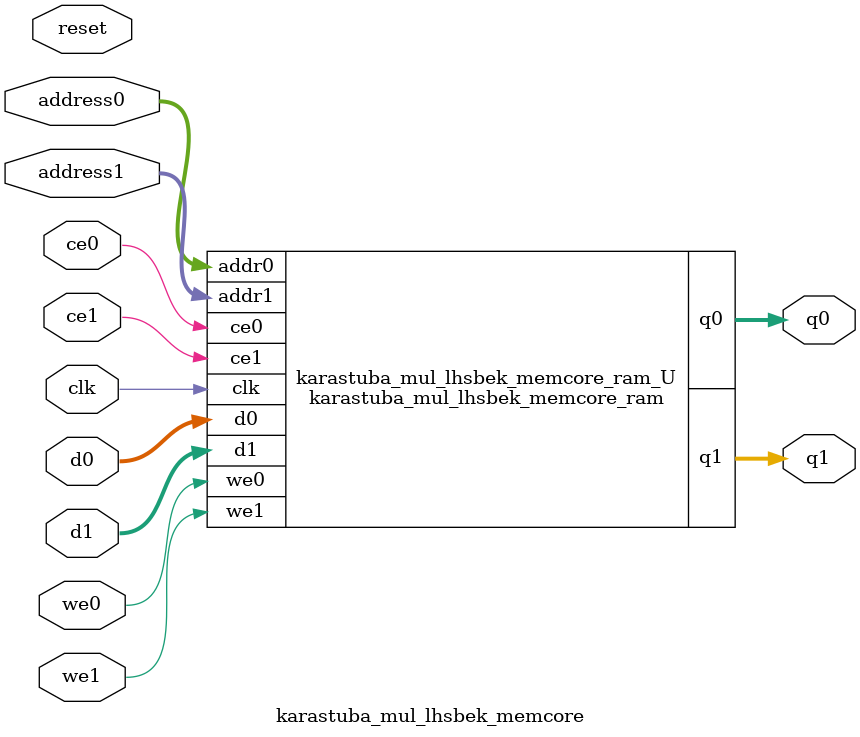
<source format=v>
`timescale 1 ns / 1 ps
module karastuba_mul_lhsbek_memcore_ram (addr0, ce0, d0, we0, q0, addr1, ce1, d1, we1, q1,  clk);

parameter DWIDTH = 64;
parameter AWIDTH = 7;
parameter MEM_SIZE = 128;

input[AWIDTH-1:0] addr0;
input ce0;
input[DWIDTH-1:0] d0;
input we0;
output reg[DWIDTH-1:0] q0;
input[AWIDTH-1:0] addr1;
input ce1;
input[DWIDTH-1:0] d1;
input we1;
output reg[DWIDTH-1:0] q1;
input clk;

(* ram_style = "block" *)reg [DWIDTH-1:0] ram[0:MEM_SIZE-1];




always @(posedge clk)  
begin 
    if (ce0) begin
        if (we0) 
            ram[addr0] <= d0; 
        q0 <= ram[addr0];
    end
end


always @(posedge clk)  
begin 
    if (ce1) begin
        if (we1) 
            ram[addr1] <= d1; 
        q1 <= ram[addr1];
    end
end


endmodule

`timescale 1 ns / 1 ps
module karastuba_mul_lhsbek_memcore(
    reset,
    clk,
    address0,
    ce0,
    we0,
    d0,
    q0,
    address1,
    ce1,
    we1,
    d1,
    q1);

parameter DataWidth = 32'd64;
parameter AddressRange = 32'd128;
parameter AddressWidth = 32'd7;
input reset;
input clk;
input[AddressWidth - 1:0] address0;
input ce0;
input we0;
input[DataWidth - 1:0] d0;
output[DataWidth - 1:0] q0;
input[AddressWidth - 1:0] address1;
input ce1;
input we1;
input[DataWidth - 1:0] d1;
output[DataWidth - 1:0] q1;



karastuba_mul_lhsbek_memcore_ram karastuba_mul_lhsbek_memcore_ram_U(
    .clk( clk ),
    .addr0( address0 ),
    .ce0( ce0 ),
    .we0( we0 ),
    .d0( d0 ),
    .q0( q0 ),
    .addr1( address1 ),
    .ce1( ce1 ),
    .we1( we1 ),
    .d1( d1 ),
    .q1( q1 ));

endmodule


</source>
